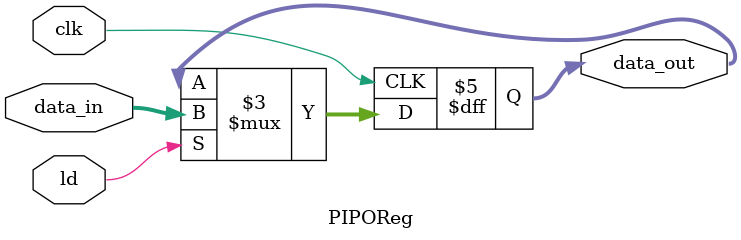
<source format=v>
`timescale 1ns / 1ps
module PIPOReg(
    input  [15:0] data_in,
    output reg [15:0] data_out,
    input  clk,
    input  ld
);
    initial data_out = 16'd0;
    
    always @(posedge clk) begin
        if (ld)
            data_out <= data_in;
    end
endmodule

</source>
